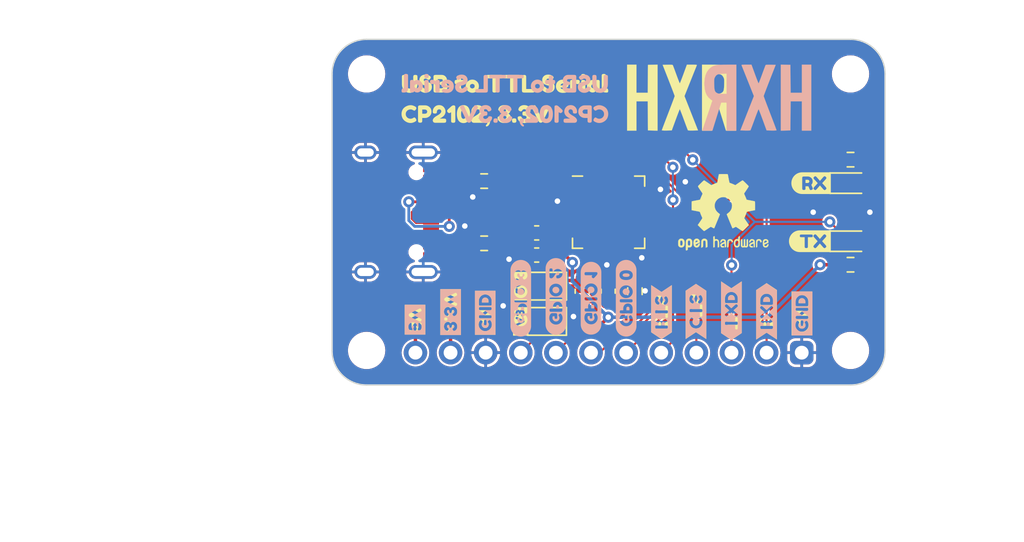
<source format=kicad_pcb>
(kicad_pcb (version 20221018) (generator pcbnew)
  (title_block (title "USB-C to TTL Serial adapter") (date "2023-03-05") (rev "1.0") (company "HXR.DK") (comment 1 "CC-BY-SA"))
  (layers (0 "F.Cu" signal) (31 "B.Cu" signal) (34 "B.Paste" user) (35 "F.Paste" user) (36 "B.SilkS" user "B.Silkscreen") (37 "F.SilkS" user "F.Silkscreen") (38 "B.Mask" user) (39 "F.Mask" user) (44 "Edge.Cuts" user))
  (net 0 "")
  (net 1 "VBUS")
  (net 2 "GND")
  (net 3 "+3.3V")
  (net 4 "/RXD")
  (net 5 "Net-(D1-A)")
  (net 6 "/TXD")
  (net 7 "Net-(D2-A)")
  (net 8 "Net-(J1-CC1)")
  (net 9 "/USB_D+")
  (net 10 "/USB_D-")
  (net 11 "/SBU1")
  (net 12 "Net-(J1-CC2)")
  (net 13 "/SBU2")
  (net 14 "/CTS")
  (net 15 "/RTS")
  (net 16 "/GPIO_0")
  (net 17 "/GPIO_1")
  (net 18 "/GPIO_2")
  (net 19 "/GPIO_3")
  (net 20 "Net-(J2-Pin_11)")
  (net 21 "Net-(J2-Pin_12)")
  (net 22 "Net-(U1-~{RST})")
  (footprint "MountingHole:MountingHole_2.2mm_M2_DIN965" (layer "F.Cu") (at 107.5 82.5)
    (fp_text reference "REF**" hide)
    (fp_text value "MountingHole_2.2mm_M2_DIN965")
    (pad "" np_thru_hole circle (at 0 0) (size 2.2 2.2) (drill 2.2) (layers "*.Cu" "*.Mask"))
  )
  (footprint "LED_SMD:LED_0603_1608Metric" (layer "F.Cu") (at 107.5 70.4)
    (fp_text reference "D1" hide)
    (fp_text value "GREEN")
    (pad "1" smd roundrect (at -0.7875 0) (size 0.875 0.95) (layers "F.Cu" "F.Paste" "F.Mask") (net 4 "/RXD"))
    (pad "2" smd roundrect (at 0.7875 0) (size 0.875 0.95) (layers "F.Cu" "F.Paste" "F.Mask") (net 5 "Net-(D1-A)"))
  )
  (footprint "Resistor_SMD:R_0603_1608Metric" (layer "F.Cu") (at 91.905 78.215 90)
    (fp_text reference "R3" hide)
    (fp_text value "1K")
    (pad "1" smd roundrect (at -0.825 0 90) (size 0.8 0.95) (layers "F.Cu" "F.Paste" "F.Mask") (net 3 "+3.3V"))
    (pad "2" smd roundrect (at 0.825 0 90) (size 0.8 0.95) (layers "F.Cu" "F.Paste" "F.Mask") (net 22 "Net-(U1-~{RST})"))
  )
  (footprint "LED_SMD:LED_0603_1608Metric" (layer "F.Cu") (at 107.5 74.6)
    (fp_text reference "D2" hide)
    (fp_text value "RED")
    (pad "1" smd roundrect (at -0.7875 0) (size 0.875 0.95) (layers "F.Cu" "F.Paste" "F.Mask") (net 6 "/TXD"))
    (pad "2" smd roundrect (at 0.7875 0) (size 0.875 0.95) (layers "F.Cu" "F.Paste" "F.Mask") (net 7 "Net-(D2-A)"))
  )
  (footprint "kibuzzard-6404B363" (layer "F.Cu") (at 82.5 64.4)
    (fp_text reference "kibuzzard-6404B363" hide)
    (fp_text value "G***" hide)
  )
  (footprint "kibuzzard-6403D576" (layer "F.Cu") (at 83.6 80.4 90)
    (fp_text reference "kibuzzard-6403D576" hide)
    (fp_text value "G***" hide)
  )
  (footprint "MountingHole:MountingHole_2.2mm_M2_DIN965" (layer "F.Cu") (at 72.5 62.5)
    (fp_text reference "REF**" hide)
    (fp_text value "MountingHole_2.2mm_M2_DIN965")
    (pad "" np_thru_hole circle (at 0 0) (size 2.2 2.2) (drill 2.2) (layers "*.Cu" "*.Mask"))
  )
  (footprint "kibuzzard-6403DA6F" (layer "F.Cu") (at 81.08 79.775 90)
    (fp_text reference "kibuzzard-6403DA6F" hide)
    (fp_text value "G***" hide)
  )
  (footprint "Resistor_SMD:R_0603_1608Metric" (layer "F.Cu") (at 81 74.75 180)
    (fp_text reference "R2" hide)
    (fp_text value "5.1k")
    (pad "1" smd roundrect (at -0.825 0 180) (size 0.8 0.95) (layers "F.Cu" "F.Paste" "F.Mask") (net 2 "GND"))
    (pad "2" smd roundrect (at 0.825 0 180) (size 0.8 0.95) (layers "F.Cu" "F.Paste" "F.Mask") (net 12 "Net-(J1-CC2)"))
  )
  (footprint "Resistor_SMD:R_0603_1608Metric" (layer "F.Cu") (at 107.5 76.3)
    (fp_text reference "R5" hide)
    (fp_text value "1K")
    (pad "1" smd roundrect (at -0.825 0) (size 0.8 0.95) (layers "F.Cu" "F.Paste" "F.Mask") (net 3 "+3.3V"))
    (pad "2" smd roundrect (at 0.825 0) (size 0.8 0.95) (layers "F.Cu" "F.Paste" "F.Mask") (net 7 "Net-(D2-A)"))
  )
  (footprint "Aesthetics:HXR_logo_small" (layer "F.Cu") (at 98 64.2)
    (fp_text reference "G***" hide)
    (fp_text value "LOGO" hide)
  )
  (footprint "Capacitor_SMD:C_0603_1608Metric" (layer "F.Cu") (at 88.095 78.215 -90)
    (fp_text reference "C2" hide)
    (fp_text value "4.7uF")
    (pad "1" smd roundrect (at -0.775 0 270) (size 0.9 0.95) (layers "F.Cu" "F.Paste" "F.Mask") (net 1 "VBUS"))
    (pad "2" smd roundrect (at 0.775 0 270) (size 0.9 0.95) (layers "F.Cu" "F.Paste" "F.Mask") (net 2 "GND"))
  )
  (footprint "kibuzzard-6403DA69" (layer "F.Cu") (at 93.83 79.73 90)
    (fp_text reference "kibuzzard-6403DA69" hide)
    (fp_text value "G***" hide)
  )
  (footprint "Jumper:SolderJumper-2_P1.3mm_Open_TrianglePad1.0x1.5mm" (layer "F.Cu") (at 85.55 80.4 180)
    (fp_text reference "JP2" hide)
    (fp_text value "SolderJumper_2_Open" hide)
    (pad "1" smd custom (at -0.725 0 180) (size 0.3 0.3) (layers "F.Cu" "F.Mask") (net 3 "+3.3V") (options (clearance outline) (anchor rect)) (primitives (gr_poly (pts (xy 1 0) (xy 0.5 0.75) (xy -0.5 0.75) (xy -0.5 -0.75) (xy 0.5 -0.75)) (width 0) (fill yes))))
    (pad "2" smd custom (at 0.725 0 180) (size 0.3 0.3) (layers "F.Cu" "F.Mask") (net 20 "Net-(J2-Pin_11)") (options (clearance outline) (anchor rect)) (primitives (gr_poly (pts (xy 0.5 0.75) (xy -0.65 0.75) (xy -0.15 0) (xy -0.65 -0.75) (xy 0.5 -0.75)) (width 0) (fill yes))))
  )
  (footprint "kibuzzard-6403DA55" (layer "F.Cu") (at 101.43 79.67 90)
    (fp_text reference "kibuzzard-6403DA55" hide)
    (fp_text value "G***" hide)
  )
  (footprint "MountingHole:MountingHole_2.2mm_M2_DIN965" (layer "F.Cu") (at 107.5 62.5)
    (fp_text reference "REF**" hide)
    (fp_text value "MountingHole_2.2mm_M2_DIN965")
    (pad "" np_thru_hole circle (at 0 0) (size 2.2 2.2) (drill 2.2) (layers "*.Cu" "*.Mask"))
  )
  (footprint "Capacitor_SMD:C_0603_1608Metric" (layer "F.Cu") (at 89.97 78.215 -90)
    (fp_text reference "C1" hide)
    (fp_text value "100nF")
    (pad "1" smd roundrect (at -0.775 0 270) (size 0.9 0.95) (layers "F.Cu" "F.Paste" "F.Mask") (net 1 "VBUS"))
    (pad "2" smd roundrect (at 0.775 0 270) (size 0.9 0.95) (layers "F.Cu" "F.Paste" "F.Mask") (net 2 "GND"))
  )
  (footprint "Connector_USB:USB_C_Receptacle_XKB_U262-16XN-4BVC11" (layer "F.Cu") (at 73.49 72.5 -90)
    (fp_text reference "J1" hide)
    (fp_text value "USB_C")
    (pad "" np_thru_hole circle (at -2.89 -2.605 270) (size 0.65 0.65) (drill 0.65) (layers "*.Cu" "*.Mask"))
    (pad "" np_thru_hole circle (at 2.89 -2.605 270) (size 0.65 0.65) (drill 0.65) (layers "*.Cu" "*.Mask"))
    (pad "A1" smd rect (at -3.35 -3.67 270) (size 0.3 1.15) (layers "F.Cu" "F.Paste" "F.Mask") (net 2 "GND"))
    (pad "A4" smd rect (at -2.55 -3.67 270) (size 0.3 1.15) (layers "F.Cu" "F.Paste" "F.Mask") (net 1 "VBUS"))
    (pad "A5" smd rect (at -1.25 -3.67 270) (size 0.3 1.15) (layers "F.Cu" "F.Paste" "F.Mask") (net 8 "Net-(J1-CC1)"))
    (pad "A6" smd rect (at -0.25 -3.67 270) (size 0.3 1.15) (layers "F.Cu" "F.Paste" "F.Mask") (net 9 "/USB_D+"))
    (pad "A7" smd rect (at 0.25 -3.67 270) (size 0.3 1.15) (layers "F.Cu" "F.Paste" "F.Mask") (net 10 "/USB_D-"))
    (pad "A8" smd rect (at 1.25 -3.67 270) (size 0.3 1.15) (layers "F.Cu" "F.Paste" "F.Mask") (net 11 "/SBU1"))
    (pad "A9" smd rect (at 2.55 -3.67 270) (size 0.3 1.15) (layers "F.Cu" "F.Paste" "F.Mask") (net 1 "VBUS"))
    (pad "A12" smd rect (at 3.35 -3.67 270) (size 0.3 1.15) (layers "F.Cu" "F.Paste" "F.Mask") (net 2 "GND"))
    (pad "B1" smd rect (at 3.05 -3.67 270) (size 0.3 1.15) (layers "F.Cu" "F.Paste" "F.Mask") (net 2 "GND"))
    (pad "B4" smd rect (at 2.25 -3.67 270) (size 0.3 1.15) (layers "F.Cu" "F.Paste" "F.Mask") (net 1 "VBUS"))
    (pad "B5" smd rect (at 1.75 -3.67 270) (size 0.3 1.15) (layers "F.Cu" "F.Paste" "F.Mask") (net 12 "Net-(J1-CC2)"))
    (pad "B6" smd rect (at 0.75 -3.67 270) (size 0.3 1.15) (layers "F.Cu" "F.Paste" "F.Mask") (net 9 "/USB_D+"))
    (pad "B7" smd rect (at -0.75 -3.67 270) (size 0.3 1.15) (layers "F.Cu" "F.Paste" "F.Mask") (net 10 "/USB_D-"))
    (pad "B8" smd rect (at -1.75 -3.67 270) (size 0.3 1.15) (layers "F.Cu" "F.Paste" "F.Mask") (net 13 "/SBU2"))
    (pad "B9" smd rect (at -2.25 -3.67 270) (size 0.3 1.15) (layers "F.Cu" "F.Paste" "F.Mask") (net 1 "VBUS"))
    (pad "B12" smd rect (at -3.05 -3.67 270) (size 0.3 1.15) (layers "F.Cu" "F.Paste" "F.Mask") (net 2 "GND"))
    (pad "S1" thru_hole oval (at -4.32 -3.105 270) (size 1 2.1) (drill oval 0.6 1.7) (layers "*.Cu" "*.Mask") (net 2 "GND"))
    (pad "S1" thru_hole oval (at -4.32 1.075 270) (size 1 1.6) (drill oval 0.6 1.2) (layers "*.Cu" "*.Mask") (net 2 "GND"))
    (pad "S1" thru_hole oval (at 4.32 -3.105 270) (size 1 2.1) (drill oval 0.6 1.7) (layers "*.Cu" "*.Mask") (net 2 "GND"))
    (pad "S1" thru_hole oval (at 4.32 1.075 270) (size 1 1.6) (drill oval 0.6 1.2) (layers "*.Cu" "*.Mask") (net 2 "GND"))
  )
  (footprint "kibuzzard-6403DA7C" (layer "F.Cu") (at 76 80.275 90)
    (fp_text reference "kibuzzard-6403DA7C" hide)
    (fp_text value "G***" hide)
  )
  (footprint "kibuzzard-6403CC56" (layer "F.Cu") (at 104.63 70.4)
    (fp_text reference "kibuzzard-6403CC56" hide)
    (fp_text value "G***" hide)
  )
  (footprint "kibuzzard-6403DA63" (layer "F.Cu") (at 96.32 79.68 90)
    (fp_text reference "kibuzzard-6403DA63" hide)
    (fp_text value "G***" hide)
  )
  (footprint "kibuzzard-6403D5C9" (layer "F.Cu") (at 83.6 77.85 90)
    (fp_text reference "kibuzzard-6403D5C9" hide)
    (fp_text value "G***" hide)
  )
  (footprint "kibuzzard-6403EE79" (layer "F.Cu") (at 78.575 79.725 90)
    (fp_text reference "kibuzzard-6403EE79" hide)
    (fp_text value "G***" hide)
  )
  (footprint "MountingHole:MountingHole_2.2mm_M2_DIN965" (layer "F.Cu") (at 72.5 82.5)
    (fp_text reference "REF**" hide)
    (fp_text value "MountingHole_2.2mm_M2_DIN965")
    (pad "" np_thru_hole circle (at 0 0) (size 2.2 2.2) (drill 2.2) (layers "*.Cu" "*.Mask"))
  )
  (footprint "Resistor_SMD:R_0603_1608Metric" (layer "F.Cu") (at 81 70.25 180)
    (fp_text reference "R1" hide)
    (fp_text value "5.1k")
    (pad "1" smd roundrect (at -0.825 0 180) (size 0.8 0.95) (layers "F.Cu" "F.Paste" "F.Mask") (net 2 "GND"))
    (pad "2" smd roundrect (at 0.825 0 180) (size 0.8 0.95) (layers "F.Cu" "F.Paste" "F.Mask") (net 8 "Net-(J1-CC1)"))
  )
  (footprint "Capacitor_SMD:C_0603_1608Metric" (layer "F.Cu") (at 84.8 74 180)
    (fp_text reference "C3" hide)
    (fp_text value "100nF")
    (pad "1" smd roundrect (at -0.775 0 180) (size 0.9 0.95) (layers "F.Cu" "F.Paste" "F.Mask") (net 3 "+3.3V"))
    (pad "2" smd roundrect (at 0.775 0 180) (size 0.9 0.95) (layers "F.Cu" "F.Paste" "F.Mask") (net 2 "GND"))
  )
  (footprint "Jumper:SolderJumper-2_P1.3mm_Open_TrianglePad1.0x1.5mm" (layer "F.Cu") (at 85.55 77.85 180)
    (fp_text reference "JP1" hide)
    (fp_text value "SolderJumper_2_Open" hide)
    (pad "1" smd custom (at -0.725 0 180) (size 0.3 0.3) (layers "F.Cu" "F.Mask") (net 1 "VBUS") (options (clearance outline) (anchor rect)) (primitives (gr_poly (pts (xy 1 0) (xy 0.5 0.75) (xy -0.5 0.75) (xy -0.5 -0.75) (xy 0.5 -0.75)) (width 0) (fill yes))))
    (pad "2" smd custom (at 0.725 0 180) (size 0.3 0.3) (layers "F.Cu" "F.Mask") (net 21 "Net-(J2-Pin_12)") (options (clearance outline) (anchor rect)) (primitives (gr_poly (pts (xy 0.5 0.75) (xy -0.65 0.75) (xy -0.15 0) (xy -0.65 -0.75) (xy 0.5 -0.75)) (width 0) (fill yes))))
  )
  (footprint "kibuzzard-6403DA4F" (layer "F.Cu") (at 103.98 79.82 90)
    (fp_text reference "kibuzzard-6403DA4F" hide)
    (fp_text value "G***" hide)
  )
  (footprint "kibuzzard-6403CC6D" (layer "F.Cu") (at 104.54 74.6)
    (fp_text reference "kibuzzard-6403CC6D" hide)
    (fp_text value "G***" hide)
  )
  (footprint "Package_DFN_QFN:QFN-28-1EP_5x5mm_P0.5mm_EP3.35x3.35mm" (layer "F.Cu") (at 90 72.5)
    (fp_text reference "U1" hide)
    (fp_text value "CP2102N-Axx-xQFN28")
    (pad "1" smd roundrect (at -2.45 -1.5) (size 0.8 0.25) (layers "F.Cu" "F.Paste" "F.Mask"))
    (pad "2" smd roundrect (at -2.45 -1) (size 0.8 0.25) (layers "F.Cu" "F.Paste" "F.Mask"))
    (pad "3" smd roundrect (at -2.45 -0.5) (size 0.8 0.25) (layers "F.Cu" "F.Paste" "F.Mask") (net 2 "GND"))
    (pad "4" smd roundrect (at -2.45 0) (size 0.8 0.25) (layers "F.Cu" "F.Paste" "F.Mask") (net 9 "/USB_D+"))
    (pad "5" smd roundrect (at -2.45 0.5) (size 0.8 0.25) (layers "F.Cu" "F.Paste" "F.Mask") (net 10 "/USB_D-"))
    (pad "6" smd roundrect (at -2.45 1) (size 0.8 0.25) (layers "F.Cu" "F.Paste" "F.Mask") (net 3 "+3.3V"))
    (pad "7" smd roundrect (at -2.45 1.5) (size 0.8 0.25) (layers "F.Cu" "F.Paste" "F.Mask") (net 1 "VBUS"))
    (pad "8" smd roundrect (at -1.5 2.45) (size 0.25 0.8) (layers "F.Cu" "F.Paste" "F.Mask") (net 1 "VBUS"))
    (pad "9" smd roundrect (at -1 2.45) (size 0.25 0.8) (layers "F.Cu" "F.Paste" "F.Mask") (net 22 "Net-(U1-~{RST})"))
    (pad "10" smd roundrect (at -0.5 2.45) (size 0.25 0.8) (layers "F.Cu" "F.Paste" "F.Mask"))
    (pad "11" smd roundrect (at 0 2.45) (size 0.25 0.8) (layers "F.Cu" "F.Paste" "F.Mask"))
    (pad "12" smd roundrect (at 0.5 2.45) (size 0.25 0.8) (layers "F.Cu" "F.Paste" "F.Mask"))
    (pad "13" smd roundrect (at 1 2.45) (size 0.25 0.8) (layers "F.Cu" "F.Paste" "F.Mask"))
    (pad "14" smd roundrect (at 1.5 2.45) (size 0.25 0.8) (layers "F.Cu" "F.Paste" "F.Mask"))
    (pad "15" smd roundrect (at 2.45 1.5) (size 0.8 0.25) (layers "F.Cu" "F.Paste" "F.Mask"))
    (pad "16" smd roundrect (at 2.45 1) (size 0.8 0.25) (layers "F.Cu" "F.Paste" "F.Mask") (net 19 "/GPIO_3"))
    (pad "17" smd roundrect (at 2.45 0.5) (size 0.8 0.25) (layers "F.Cu" "F.Paste" "F.Mask") (net 18 "/GPIO_2"))
    (pad "18" smd roundrect (at 2.45 0) (size 0.8 0.25) (layers "F.Cu" "F.Paste" "F.Mask") (net 17 "/GPIO_1"))
    (pad "19" smd roundrect (at 2.45 -0.5) (size 0.8 0.25) (layers "F.Cu" "F.Paste" "F.Mask") (net 16 "/GPIO_0"))
    (pad "20" smd roundrect (at 2.45 -1) (size 0.8 0.25) (layers "F.Cu" "F.Paste" "F.Mask"))
    (pad "21" smd roundrect (at 2.45 -1.5) (size 0.8 0.25) (layers "F.Cu" "F.Paste" "F.Mask"))
    (pad "22" smd roundrect (at 1.5 -2.45) (size 0.25 0.8) (layers "F.Cu" "F.Paste" "F.Mask"))
    (pad "23" smd roundrect (at 1 -2.45) (size 0.25 0.8) (layers "F.Cu" "F.Paste" "F.Mask") (net 14 "/CTS"))
    (pad "24" smd roundrect (at 0.5 -2.45) (size 0.25 0.8) (layers "F.Cu" "F.Paste" "F.Mask") (net 15 "/RTS"))
    (pad "25" smd roundrect (at 0 -2.45) (size 0.25 0.8) (layers "F.Cu" "F.Paste" "F.Mask") (net 4 "/RXD"))
    (pad "26" smd roundrect (at -0.5 -2.45) (size 0.25 0.8) (layers "F.Cu" "F.Paste" "F.Mask") (net 6 "/TXD"))
    (pad "27" smd roundrect (at -1 -2.45) (size 0.25 0.8) (layers "F.Cu" "F.Paste" "F.Mask"))
    (pad "28" smd roundrect (at -1.5 -2.45) (size 0.25 0.8) (layers "F.Cu" "F.Paste" "F.Mask"))
    (pad "29" smd rect (at 0 0) (size 3.35 3.35) (layers "F.Cu" "F.Mask") (net 2 "GND"))
  )
  (footprint "kibuzzard-6403DA5C" (layer "F.Cu") (at 98.88 79.62 90)
    (fp_text reference "kibuzzard-6403DA5C" hide)
    (fp_text value "G***" hide)
  )
  (footprint "Resistor_SMD:R_0603_1608Metric" (layer "F.Cu") (at 107.5 68.7)
    (fp_text reference "R4" hide)
    (fp_text value "1K")
    (pad "1" smd roundrect (at -0.825 0) (size 0.8 0.95) (layers "F.Cu" "F.Paste" "F.Mask") (net 3 "+3.3V"))
    (pad "2" smd roundrect (at 0.825 0) (size 0.8 0.95) (layers "F.Cu" "F.Paste" "F.Mask") (net 5 "Net-(D1-A)"))
  )
  (footprint "Capacitor_SMD:C_0603_1608Metric" (layer "F.Cu") (at 84.8 75.6 180)
    (fp_text reference "C4" hide)
    (fp_text value "4.7uF")
    (pad "1" smd roundrect (at -0.775 0 180) (size 0.9 0.95) (layers "F.Cu" "F.Paste" "F.Mask") (net 3 "+3.3V"))
    (pad "2" smd roundrect (at 0.775 0 180) (size 0.9 0.95) (layers "F.Cu" "F.Paste" "F.Mask") (net 2 "GND"))
  )
  (footprint "Symbol:OSHW-Logo2_7.3x6mm_SilkScreen" (layer "F.Cu") (at 98.3 72.5)
    (fp_text reference "REF**" hide)
    (fp_text value "OSHW-Logo2_7.3x6mm_SilkScreen" hide)
  )
  (footprint "Aesthetics:HXR_logo_small" (layer "B.Cu") (at 98 64.2 180)
    (fp_text reference "G***" hide)
    (fp_text value "LOGO" hide)
  )
  (footprint "kibuzzard-6403DAD1" (layer "B.Cu") (at 76 80.275 90)
    (fp_text reference "kibuzzard-6403DAD1" hide)
    (fp_text value "G***" hide)
  )
  (footprint "kibuzzard-6403DABE" (layer "B.Cu") (at 93.825 79.725 90)
    (fp_text reference "kibuzzard-6403DABE" hide)
    (fp_text value "G***" hide)
  )
  (footprint "kibuzzard-6403DAC4" (layer "B.Cu") (at 81.075 79.775 90)
    (fp_text reference "kibuzzard-6403DAC4" hide)
    (fp_text value "G***" hide)
  )
  (footprint "kibuzzard-6404B363" (layer "B.Cu") (at 82.5 64.4 180)
    (fp_text reference "kibuzzard-6404B363" hide)
    (fp_text value "G***" hide)
  )
  (footprint "kibuzzard-6403DAA1" (layer "B.Cu") (at 104 79.825 90)
    (fp_text reference "kibuzzard-6403DAA1" hide)
    (fp_text value "G***" hide)
  )
  (footprint "kibuzzard-6404FA02" (layer "B.Cu") (at 83.65 78.723 90)
    (fp_text reference "kibuzzard-6404FA02" hide)
    (fp_text value "G***" hide)
  )
  (footprint "kibuzzard-6404F9EF" (layer "B.Cu") (at 88.73 78.723 90)
    (fp_text reference "kibuzzard-6404F9EF" hide)
    (fp_text value "G***" hide)
  )
  (footprint "kibuzzard-6404F9F6" (layer "B.Cu") (at 86.19 78.596 90)
    (fp_text reference "kibuzzard-6404F9F6" hide)
    (fp_text value "G***" hide)
  )
  (footprint "kibuzzard-6403DAA7" (layer "B.Cu") (at 101.425 79.675 90)
    (fp_text reference "kibuzzard-6403DAA7" hide)
    (fp_text value "G***" hide)
  )
  (footprint "kibuzzard-6403EEC8" (layer "B.Cu") (at 78.575 79.725 90)
    (fp_text reference "kibuzzard-6403EEC8" hide)
    (fp_text value "G***" hide)
  )
  (footprint "Connector_PinSocket_2.54mm:PinSocket_1x12_P2.54mm_Horizontal" (layer "B.Cu") (at 103.97 82.66 90)
    (fp_text reference "J2" hide)
    (fp_text value "Conn_01x12_Socket")
    (pad "1" thru_hole roundrect (at 0 0 90) (size 1.7 1.7) (drill 1) (layers "*.Cu" "*.Mask") (net 2 "GND"))
    (pad "2" thru_hole oval (at 0 -2.54 90) (size 1.7 1.7) (drill 1) (layers "*.Cu" "*.Mask") (net 4 "/RXD"))
    (pad "3" thru_hole oval (at 0 -5.08 90) (size 1.7 1.7) (drill 1) (layers "*.Cu" "*.Mask") (net 6 "/TXD"))
    (pad "4" thru_hole oval (at 0 -7.62 90) (size 1.7 1.7) (drill 1) (layers "*.Cu" "*.Mask") (net 14 "/CTS"))
    (pad "5" thru_hole oval (at 0 -10.16 90) (size 1.7 1.7) (drill 1) (layers "*.Cu" "*.Mask") (net 15 "/RTS"))
    (pad "6" thru_hole oval (at 0 -12.7 90) (size 1.7 1.7) (drill 1) (layers "*.Cu" "*.Mask") (net 16 "/GPIO_0"))
    (pad "7" thru_hole oval (at 0 -15.24 90) (size 1.7 1.7) (drill 1) (layers "*.Cu" "*.Mask") (net 17 "/GPIO_1"))
    (pad "8" thru_hole oval (at 0 -17.78 90) (size 1.7 1.7) (drill 1) (layers "*.Cu" "*.Mask") (net 18 "/GPIO_2"))
    (pad "9" thru_hole oval (at 0 -20.32 90) (size 1.7 1.7) (drill 1) (layers "*.Cu" "*.Mask") (net 19 "/GPIO_3"))
    (pad "10" thru_hole oval (at 0 -22.86 90) (size 1.7 1.7) (drill 1) (layers "*.Cu" "*.Mask") (net 2 "GND"))
    (pad "11" thru_hole oval (at 0 -25.4 90) (size 1.7 1.7) (drill 1) (layers "*.Cu" "*.Mask") (net 20 "Net-(J2-Pin_11)"))
    (pad "12" thru_hole oval (at 0 -27.94 90) (size 1.7 1.7) (drill 1) (layers "*.Cu" "*.Mask") (net 21 "Net-(J2-Pin_12)"))
  )
  (footprint "kibuzzard-6403DAAD" (layer "B.Cu") (at 98.88 79.625 90)
    (fp_text reference "kibuzzard-6403DAAD" hide)
    (fp_text value "G***" hide)
  )
  (footprint "kibuzzard-6404F9C3" (layer "B.Cu") (at 91.27 78.723 90)
    (fp_text reference "kibuzzard-6404F9C3" hide)
    (fp_text value "G***" hide)
  )
  (footprint "kibuzzard-6403DAB7" (layer "B.Cu") (at 96.32 79.675 90)
    (fp_text reference "kibuzzard-6403DAB7" hide)
    (fp_text value "G***" hide)
  )
  (gr_line (start 107.500001 60.000001) (end 72.5 60) (stroke (width 0.1)) (layer "Edge.Cuts"))
  (gr_line (start 110.000001 62.500001) (end 110.000002 82.500003) (stroke (width 0.1)) (layer "Edge.Cuts"))
  (gr_arc (start 110.000002 82.500003) (mid 109.267768 84.267768) (end 107.500003 85.000003) (stroke (width 0.1)) (layer "Edge.Cuts"))
  (gr_line (start 107.500003 85.000003) (end 72.5 85) (stroke (width 0.1)) (layer "Edge.Cuts"))
  (gr_arc (start 70 62.5) (mid 70.732233 60.732233) (end 72.5 60) (stroke (width 0.1)) (layer "Edge.Cuts"))
  (gr_arc (start 107.500001 60.000001) (mid 109.267767 60.732234) (end 110.000001 62.500001) (stroke (width 0.1)) (layer "Edge.Cuts"))
  (gr_line (start 70 82.5) (end 70 62.5) (stroke (width 0.1)) (layer "Edge.Cuts"))
  (gr_arc (start 72.5 85) (mid 70.732233 84.267767) (end 70 82.5) (stroke (width 0.1)) (layer "Edge.Cuts"))
  (segment (start 76.444949 74.75) (end 77.16 74.75) (width 0.25) (layer "F.Cu") (net 1))
  (segment (start 89.97 77.44) (end 88.095 77.44) (width 0.25) (layer "F.Cu") (net 1))
  (segment (start 88.095 74.95) (end 87.95 74.95) (width 0.25) (layer "F.Cu") (net 1))
  (segment (start 88.095 77.44) (end 88.095 74.95) (width 0.25) (layer "F.Cu") (net 1))
  (segment (start 86.685 77.44) (end 86.275 77.85) (width 0.25) (layer "F.Cu") (net 1))
  (segment (start 75.35 70.825) (end 74.75 71.425) (width 0.25) (layer "F.Cu") (net 1))
  (segment (start 75.85 70.825) (end 75.35 70.825) (width 0.25) (layer "F.Cu") (net 1))
  (segment (start 77.16 70.25) (end 77.16 69.95) (width 0.25) (layer "F.Cu") (net 1))
  (segment (start 77.16 75.05) (end 77.16 74.75) (width 0.25) (layer "F.Cu") (net 1))
  (segment (start 86.275 76.975) (end 86.275 77.85) (width 0.25) (layer "F.Cu") (net 1))
  (segment (start 80.2 76.7) (end 86 76.7) (width 0.25) (layer "F.Cu") (net 1))
  (segment (start 78.55 75.05) (end 80.2 76.7) (width 0.25) (layer "F.Cu") (net 1))
  (segment (start 74.75 73.055051) (end 76.444949 74.75) (width 0.25) (layer "F.Cu") (net 1))
  (segment (start 77.16 75.05) (end 78.55 75.05) (width 0.25) (layer "F.Cu") (net 1))
  (segment (start 88.095 77.44) (end 86.685 77.44) (width 0.25) (layer "F.Cu") (net 1))
  (segment (start 88.095 74.95) (end 88.5 74.95) (width 0.25) (layer "F.Cu") (net 1))
  (segment (start 87.55 74.55) (end 87.55 74) (width 0.25) (layer "F.Cu") (net 1))
  (segment (start 86 76.7) (end 86.275 76.975) (width 0.25) (layer "F.Cu") (net 1))
  (segment (start 76.425 70.25) (end 75.85 70.825) (width 0.25) (layer "F.Cu") (net 1))
  (segment (start 77.16 70.25) (end 76.425 70.25) (width 0.25) (layer "F.Cu") (net 1))
  (segment (start 87.95 74.95) (end 87.55 74.55) (width 0.25) (layer "F.Cu") (net 1))
  (segment (start 74.75 71.425) (end 74.75 73.055051) (width 0.25) (layer "F.Cu") (net 1))
  (segment (start 89.5 72) (end 90 72.5) (width 0.25) (layer "F.Cu") (net 2))
  (segment (start 87.55 72) (end 89.5 72) (width 0.25) (layer "F.Cu") (net 2))
  (via (at 92.4 75.8) (size 0.8) (drill 0.4) (layers "F.Cu" "B.Cu") (net 2))
  (via (at 79.6 73.5) (size 0.8) (drill 0.4) (layers "F.Cu" "B.Cu") (net 2))
  (via (at 87.46 80.047257) (size 0.8) (drill 0.4) (layers "F.Cu" "B.Cu") (net 2))
  (via (at 92.6416 78.1896) (size 0.8) (drill 0.4) (layers "F.Cu" "B.Cu") (net 2))
  (via (at 89.873 76.31) (size 0.8) (drill 0.4) (layers "F.Cu" "B.Cu") (net 2))
  (via (at 82.8 75.9) (size 0.8) (drill 0.4) (layers "F.Cu" "B.Cu") (net 2))
  (via (at 104.8 72.5) (size 0.8) (drill 0.4) (layers "F.Cu" "B.Cu") (net 2))
  (via (at 93.75 70.85) (size 0.8) (drill 0.4) (layers "F.Cu" "B.Cu") (net 2))
  (via (at 86.3 71.7) (size 0.8) (drill 0.4) (layers "F.Cu" "B.Cu") (net 2))
  (via (at 108.9 72.5) (size 0.8) (drill 0.4) (layers "F.Cu" "B.Cu") (net 2))
  (via (at 82.375 79.275) (size 0.8) (drill 0.4) (layers "F.Cu" "B.Cu") (net 2))
  (via (at 95.55 70.3) (size 0.8) (drill 0.4) (layers "F.Cu" "B.Cu") (net 2))
  (via (at 80.175 71.4) (size 0.8) (drill 0.4) (layers "F.Cu" "B.Cu") (net 2))
  (segment (start 107.5 76) (end 107.5 69) (width 0.25) (layer "F.Cu") (net 3))
  (segment (start 86.875 73.797703) (end 86.875 74) (width 0.25) (layer "F.Cu") (net 3))
  (segment (start 85.575 74) (end 86.875 74) (width 0.25) (layer "F.Cu") (net 3))
  (segment (start 106.675 76.3) (end 105.3 76.3) (width 0.25) (layer "F.Cu") (net 3))
  (segment (start 86.275 80.4) (end 86.626497 80.751497) (width 0.25) (layer "F.Cu") (net 3))
  (segment (start 86.875 74) (end 86.875 75.6) (width 0.25) (layer "F.Cu") (net 3))
  (segment (start 86.875 75.6234) (end 87.3838 76.1322) (width 0.25) (layer "F.Cu") (net 3))
  (segment (start 91.905 79.04) (end 90.8504 80.0946) (width 0.25) (layer "F.Cu") (net 3))
  (segment (start 87.55 73.5) (end 87.172703 73.5) (width 0.25) (layer "F.Cu") (net 3))
  (segment (start 86.875 75.6) (end 86.875 75.6234) (width 0.25) (layer "F.Cu") (net 3))
  (segment (start 87.172703 73.5) (end 86.875 73.797703) (width 0.25) (layer "F.Cu") (net 3))
  (segment (start 107.2 76.3) (end 107.5 76) (width 0.25) (layer "F.Cu") (net 3))
  (segment (start 106.675 76.3) (end 107.2 76.3) (width 0.25) (layer "F.Cu") (net 3))
  (segment (start 107.2 68.7) (end 106.675 68.7) (width 0.25) (layer "F.Cu") (net 3))
  (segment (start 107.5 69) (end 107.2 68.7) (width 0.25) (layer "F.Cu") (net 3))
  (segment (start 86.626497 80.751497) (end 89.317703 80.751497) (width 0.25) (layer "F.Cu") (net 3))
  (segment (start 89.317703 80.751497) (end 89.9746 80.0946) (width 0.25) (layer "F.Cu") (net 3))
  (segment (start 85.575 75.6) (end 86.875 75.6) (width 0.25) (layer "F.Cu") (net 3))
  (segment (start 90.8504 80.0946) (end 89.9746 80.0946) (width 0.25) (layer "F.Cu") (net 3))
  (via (at 105.3 76.3) (size 0.8) (drill 0.4) (layers "F.Cu" "B.Cu") (net 3))
  (via (at 87.3838 76.1322) (size 0.8) (drill 0.4) (layers "F.Cu" "B.Cu") (net 3))
  (via (at 89.9746 80.0946) (size 0.8) (drill 0.4) (layers "F.Cu" "B.Cu") (net 3))
  (segment (start 105.3 76.3) (end 101.5054 80.0946) (width 0.25) (layer "B.Cu") (net 3))
  (segment (start 87.3838 77.5038) (end 89.9746 80.0946) (width 0.25) (layer "B.Cu") (net 3))
  (segment (start 87.3838 76.1322) (end 87.3838 77.5038) (width 0.25) (layer "B.Cu") (net 3))
  (segment (start 101.5054 80.0946) (end 89.9746 80.0946) (width 0.25) (layer "B.Cu") (net 3))
  (segment (start 106.7125 71.0875) (end 106.7125 70.4) (width 0.15) (layer "F.Cu") (net 4))
  (segment (start 106.2 71.6) (end 106.7125 71.0875) (width 0.15) (layer "F.Cu") (net 4))
  (segment (start 97.975 71.6) (end 101.5 71.6) (width 0.15) (layer "F.Cu") (net 4))
  (segment (start 90 70.05) (end 90 69.402884) (width 0.15) (layer "F.Cu") (net 4))
  (segment (start 90.901886 68.500998) (end 94.875998 68.500998) (width 0.15) (layer "F.Cu") (net 4))
  (segment (start 101.43 71.67) (end 101.43 82.66) (width 0.15) (layer "F.Cu") (net 4))
  (segment (start 101.5 71.6) (end 101.43 71.67) (width 0.15) (layer "F.Cu") (net 4))
  (segment (start 94.875998 68.500998) (end 97.975 71.6) (width 0.15) (layer "F.Cu") (net 4))
  (segment (start 101.5 71.6) (end 106.2 71.6) (width 0.15) (layer "F.Cu") (net 4))
  (segment (start 90 69.402884) (end 90.901886 68.500998) (width 0.15) (layer "F.Cu") (net 4))
  (segment (start 108.2875 70.4) (end 108.2875 68.7375) (width 0.25) (layer "F.Cu") (net 5))
  (segment (start 108.2875 68.7375) (end 108.325 68.7) (width 0.25) (layer "F.Cu") (net 5))
  (segment (start 95.576497 68.201497) (end 96.0875 68.7125) (width 0.15) (layer "F.Cu") (net 6))
  (segment (start 90.777829 68.201497) (end 95.576497 68.201497) (width 0.15) (layer "F.Cu") (net 6))
  (segment (start 106.7125 73.9125) (end 106.7125 74.6) (width 0.15) (layer "F.Cu") (net 6))
  (segment (start 89.5 70.05) (end 89.5 69.479326) (width 0.15) (layer "F.Cu") (net 6))
  (segment (start 98.89 76.3355) (end 98.9 76.3255) (width 0.15) (layer "F.Cu") (net 6))
  (segment (start 106 73.2) (end 106.7125 73.9125) (width 0.15) (layer "F.Cu") (net 6))
  (segment (start 98.89 82.66) (end 98.89 76.3355) (width 0.15) (layer "F.Cu") (net 6))
  (segment (start 89.5 69.479326) (end 90.777829 68.201497) (width 0.15) (layer "F.Cu") (net 6))
  (via (at 96.0875 68.7125) (size 0.8) (drill 0.4) (layers "F.Cu" "B.Cu") (net 6))
  (via (at 106 73.2) (size 0.8) (drill 0.4) (layers "F.Cu" "B.Cu") (net 6))
  (via (at 98.9 76.3255) (size 0.8) (drill 0.4) (layers "F.Cu" "B.Cu") (net 6))
  (segment (start 100.575 73.2) (end 96.0875 68.7125) (width 0.15) (layer "B.Cu") (net 6))
  (segment (start 100.575 73.2) (end 106 73.2) (width 0.15) (layer "B.Cu") (net 6))
  (segment (start 100.575 73.2) (end 98.9 74.875) (width 0.15) (layer "B.Cu") (net 6))
  (segment (start 98.9 74.875) (end 98.9 76.3255) (width 0.15) (layer "B.Cu") (net 6))
  (segment (start 108.2875 74.6) (end 108.2875 76.2625) (width 0.25) (layer "F.Cu") (net 7))
  (segment (start 108.2875 76.2625) (end 108.325 76.3) (width 0.25) (layer "F.Cu") (net 7))
  (segment (start 79.25 70.25) (end 80.175 70.25) (width 0.15) (layer "F.Cu") (net 8))
  (segment (start 78.25 71.25) (end 79.25 70.25) (width 0.15) (layer "F.Cu") (net 8))
  (segment (start 77.16 71.25) (end 78.25 71.25) (width 0.15) (layer "F.Cu") (net 8))
  (segment (start 76.05 72.25) (end 75.8 72.5) (width 0.2) (layer "F.Cu") (net 9))
  (segment (start 87.55 72.5) (end 82.325 72.5) (width 0.2) (layer "F.Cu") (net 9))
  (segment (start 76.075 73.25) (end 77.16 73.25) (width 0.2) (layer "F.Cu") (net 9))
  (segment (start 75.8 72.5) (end 75.8 72.975) (width 0.2) (layer "F.Cu") (net 9))
  (segment (start 75.8 72.975) (end 76.075 73.25) (width 0.2) (layer "F.Cu") (net 9))
  (segment (start 82.325 72.5) (end 82.075 72.25) (width 0.2) (layer "F.Cu") (net 9))
  (segment (start 77.16 72.25) (end 76.05 72.25) (width 0.2) (layer "F.Cu") (net 9))
  (segment (start 82.075 72.25) (end 77.16 72.25) (width 0.2) (layer "F.Cu") (net 9))
  (segment (start 82.125 73) (end 81.875 72.75) (width 0.2) (layer "F.Cu") (net 10))
  (segment (start 77.16 71.75) (end 75.55 71.75) (width 0.2) (layer "F.Cu") (net 10))
  (segment (start 78.475 73.525) (end 78.475 72.75) (width 0.2) (layer "F.Cu") (net 10))
  (segment (start 87.55 73) (end 82.125 73) (width 0.2) (layer "F.Cu") (net 10))
  (segment (start 81.875 72.75) (end 78.475 72.75) (width 0.2) (layer "F.Cu") (net 10))
  (segment (start 78.475 72.75) (end 77.16 72.75) (width 0.2) (layer "F.Cu") (net 10))
  (via (at 78.475 73.525) (size 0.8) (drill 0.4) (layers "F.Cu" "B.Cu") (net 10))
  (via (at 75.55 71.75) (size 0.8) (drill 0.4) (layers "F.Cu" "B.Cu") (net 10))
  (segment (start 75.975 73.525) (end 78.475 73.525) (width 0.2) (layer "B.Cu") (net 10))
  (segment (start 75.55 71.75) (end 75.55 73.1) (width 0.2) (layer "B.Cu") (net 10))
  (segment (start 75.55 73.1) (end 75.975 73.525) (width 0.2) (layer "B.Cu") (net 10))
  (segment (start 79 74.25) (end 77.16 74.25) (width 0.15) (layer "F.Cu") (net 12))
  (segment (start 79.5 74.75) (end 79 74.25) (width 0.15) (layer "F.Cu") (net 12))
  (segment (start 79.5 74.75) (end 80.175 74.75) (width 0.15) (layer "F.Cu") (net 12))
  (segment (start 91 69.25) (end 91 70.05) (width 0.15) (layer "F.Cu") (net 14))
  (segment (start 93.033177 69.1) (end 91.15 69.1) (width 0.15) (layer "F.Cu") (net 14))
  (segment (start 96.35 82.66) (end 96.35 72.416823) (width 0.15) (layer "F.Cu") (net 14))
  (segment (start 96.35 72.416823) (end 93.033177 69.1) (width 0.15) (layer "F.Cu") (net 14))
  (segment (start 91.15 69.1) (end 91 69.25) (width 0.15) (layer "F.Cu") (net 14))
  (segment (start 94.660001 81.809999) (end 94.660001 71.610001) (width 0.15) (layer "F.Cu") (net 15))
  (segment (start 90.5 69.326442) (end 91.025943 68.800499) (width 0.15) (layer "F.Cu") (net 15))
  (segment (start 90.5 70.05) (end 90.5 69.326442) (width 0.15) (layer "F.Cu") (net 15))
  (segment (start 91.025943 68.800499) (end 94.200499 68.800499) (width 0.15) (layer "F.Cu") (net 15))
  (segment (start 94.200499 68.800499) (end 94.65 69.25) (width 0.15) (layer "F.Cu") (net 15))
  (segment (start 93.81 82.66) (end 94.660001 81.809999) (width 0.15) (layer "F.Cu") (net 15))
  (via (at 94.65 69.25) (size 0.8) (drill 0.4) (layers "F.Cu" "B.Cu") (net 15))
  (via (at 94.660001 71.610001) (size 0.8) (drill 0.4) (layers "F.Cu" "B.Cu") (net 15))
  (segment (start 94.65 71.6) (end 94.660001 71.610001) (width 0.15) (layer "B.Cu") (net 15))
  (segment (start 94.65 69.25) (end 94.65 71.6) (width 0.15) (layer "B.Cu") (net 15))
  (segment (start 92.820674 72) (end 92.45 72) (width 0.15) (layer "F.Cu") (net 16))
  (segment (start 94.248503 79.681497) (end 94.248503 73.427829) (width 0.15) (layer "F.Cu") (net 16))
  (segment (start 94.248503 73.427829) (end 92.820674 72) (width 0.15) (layer "F.Cu") (net 16))
  (segment (start 91.27 82.66) (end 94.248503 79.681497) (width 0.15) (layer "F.Cu") (net 16))
  (segment (start 93.949002 79.548114) (end 93.949002 73.551886) (width 0.15) (layer "F.Cu") (net 17))
  (segment (start 92.897116 72.5) (end 92.45 72.5) (width 0.15) (layer "F.Cu") (net 17))
  (segment (start 88.73 82.66) (end 89.357884 82.66) (width 0.15) (layer "F.Cu") (net 17))
  (segment (start 92.098114 81.399002) (end 93.949002 79.548114) (width 0.15) (layer "F.Cu") (net 17))
  (segment (start 93.949002 73.551886) (end 92.897116 72.5) (width 0.15) (layer "F.Cu") (net 17))
  (segment (start 89.357884 82.66) (end 90.618882 81.399002) (width 0.15) (layer "F.Cu") (net 17))
  (segment (start 90.618882 81.399002) (end 92.098114 81.399002) (width 0.15) (layer "F.Cu") (net 17))
  (segment (start 90.494825 81.099501) (end 91.974057 81.099501) (width 0.15) (layer "F.Cu") (net 18))
  (segment (start 90.193827 81.400499) (end 90.494825 81.099501) (width 0.15) (layer "F.Cu") (net 18))
  (segment (start 93.649501 79.424057) (end 93.649501 73.675943) (width 0.15) (layer "F.Cu") (net 18))
  (segment (start 87.449501 81.400499) (end 90.193827 81.400499) (width 0.15) (layer "F.Cu") (net 18))
  (segment (start 93.649501 73.675943) (end 92.973558 73) (width 0.15) (layer "F.Cu") (net 18))
  (segment (start 92.973558 73) (end 92.45 73) (width 0.15) (layer "F.Cu") (net 18))
  (segment (start 86.19 82.66) (end 87.449501 81.400499) (width 0.15) (layer "F.Cu") (net 18))
  (segment (start 91.974057 81.099501) (end 93.649501 79.424057) (width 0.15) (layer "F.Cu") (net 18))
  (segment (start 86.876442 81.55) (end 87.325444 81.100998) (width 0.15) (layer "F.Cu") (net 19))
  (segment (start 93.35 73.8) (end 93.05 73.5) (width 0.15) (layer "F.Cu") (net 19))
  (segment (start 93.05 73.5) (end 92.45 73.5) (width 0.15) (layer "F.Cu") (net 19))
  (segment (start 91.85 80.8) (end 93.35 79.3) (width 0.15) (layer "F.Cu") (net 19))
  (segment (start 83.65 82.66) (end 84.76 81.55) (width 0.15) (layer "F.Cu") (net 19))
  (segment (start 93.35 79.3) (end 93.35 73.8) (width 0.15) (layer "F.Cu") (net 19))
  (segment (start 90.06977 81.100998) (end 90.370768 80.8) (width 0.15) (layer "F.Cu") (net 19))
  (segment (start 84.76 81.55) (end 86.876442 81.55) (width 0.15) (layer "F.Cu") (net 19))
  (segment (start 90.370768 80.8) (end 91.85 80.8) (width 0.15) (layer "F.Cu") (net 19))
  (segment (start 87.325444 81.100998) (end 90.06977 81.100998) (width 0.15) (layer "F.Cu") (net 19))
  (segment (start 78.57 81.18) (end 78.57 82.66) (width 0.25) (layer "F.Cu") (net 20))
  (segment (start 84.825 80.4) (end 79.35 80.4) (width 0.25) (layer "F.Cu") (net 20))
  (segment (start 79.35 80.4) (end 78.57 81.18) (width 0.25) (layer "F.Cu") (net 20))
  (segment (start 84.825 77.85) (end 79.05 77.85) (width 0.25) (layer "F.Cu") (net 21))
  (segment (start 79.05 77.85) (end 76.03 80.87) (width 0.25) (layer "F.Cu") (net 21))
  (segment (start 76.03 80.87) (end 76.03 82.66) (width 0.25) (layer "F.Cu") (net 21))
  (segment (start 89 74.95) (end 89 75.453) (width 0.15) (layer "F.Cu") (net 22))
  (segment (start 90.2005 75.6855) (end 91.905 77.39) (width 0.15) (layer "F.Cu") (net 22))
  (segment (start 89.614323 75.6855) (end 90.2005 75.6855) (width 0.15) (layer "F.Cu") (net 22))
  (segment (start 89.608823 75.691) (end 89.614323 75.6855) (width 0.15) (layer "F.Cu") (net 22))
  (segment (start 89 75.453) (end 89.238 75.691) (width 0.15) (layer "F.Cu") (net 22))
  (segment (start 89.238 75.691) (end 89.608823 75.691) (width 0.15) (layer "F.Cu") (net 22))
  (zone (net 2) (net_name "GND") (layers "F&B.Cu") (connect_pads (clearance 0.15)) (min_thickness 0.2) (fill yes (thermal_gap 0.2) (thermal_bridge_width 0.2))
    (polygon (pts (xy 70 60) (xy 110 60) (xy 110 85) (xy 70 85)))
  )
)
</source>
